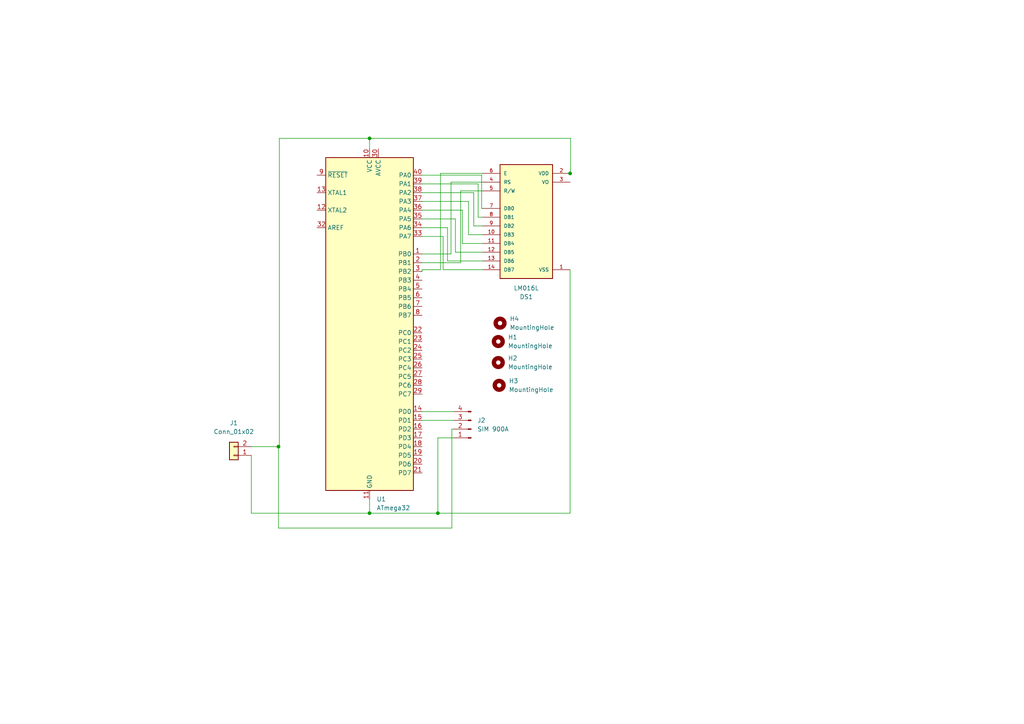
<source format=kicad_sch>
(kicad_sch (version 20211123) (generator eeschema)
  (paper "A4")
  (lib_symbols
    (symbol "Connector:Conn_01x04_Male" (pin_names (offset 1.016) hide)
      (property "Reference" "J" (at 0 5.08 0))
      (property "Value" "Conn_01x04_Male" (at 0 -7.62 0))
      (symbol "Conn_01x04_Male_1_1"
        (polyline (pts (xy 1.27 -5.08) (xy 0.8636 -5.08)) (stroke (width 0.1524)))
        (polyline (pts (xy 1.27 -2.54) (xy 0.8636 -2.54)) (stroke (width 0.1524)))
        (polyline (pts (xy 1.27 0) (xy 0.8636 0)) (stroke (width 0.1524)))
        (polyline (pts (xy 1.27 2.54) (xy 0.8636 2.54)) (stroke (width 0.1524)))
        (rectangle (start 0.8636 -4.953) (end 0 -5.207) (stroke (width 0.1524)) (fill (type outline)))
        (rectangle (start 0.8636 -2.413) (end 0 -2.667) (stroke (width 0.1524)) (fill (type outline)))
        (rectangle (start 0.8636 0.127) (end 0 -0.127) (stroke (width 0.1524)) (fill (type outline)))
        (rectangle (start 0.8636 2.667) (end 0 2.413) (stroke (width 0.1524)) (fill (type outline)))
        (pin passive line (at 5.08 2.54 180) (length 3.81) (name "Pin_1") (number "1"))
        (pin passive line (at 5.08 0 180) (length 3.81) (name "Pin_2") (number "2"))
        (pin passive line (at 5.08 -2.54 180) (length 3.81) (name "Pin_3") (number "3"))
        (pin passive line (at 5.08 -5.08 180) (length 3.81) (name "Pin_4") (number "4"))
      )
    )
    (symbol "Connector_Generic:Conn_01x02" (pin_names (offset 1.016) hide)
      (property "Reference" "J" (at 0 2.54 0))
      (property "Value" "Conn_01x02" (at 0 -5.08 0))
      (symbol "Conn_01x02_1_1"
        (rectangle (start -1.27 -2.413) (end 0 -2.667) (stroke (width 0.1524)))
        (rectangle (start -1.27 0.127) (end 0 -0.127) (stroke (width 0.1524)))
        (rectangle (start -1.27 1.27) (end 1.27 -3.81) (stroke (width 0.254)) (fill (type background)))
        (pin passive line (at -5.08 0 0) (length 3.81) (name "Pin_1") (number "1"))
        (pin passive line (at -5.08 -2.54 0) (length 3.81) (name "Pin_2") (number "2"))
      )
    )
    (symbol "ICT Project 2:LM016L" (pin_names (offset 1.016))
      (property "Reference" "DS" (at -9.9314 15.7734 0))
      (property "Value" "LM016L" (at -9.906 -19.8374 0))
      (symbol "LM016L_0_0"
        (rectangle (start -10.16 -17.78) (end 5.08 15.24) (stroke (width 0.254)) (fill (type background)))
        (pin power_in line (at 10.16 -15.24 180) (length 5.08) (name "VSS") (number "1"))
        (pin bidirectional line (at -15.24 -5.08 0) (length 5.08) (name "DB3") (number "10"))
        (pin bidirectional line (at -15.24 -7.62 0) (length 5.08) (name "DB4") (number "11"))
        (pin bidirectional line (at -15.24 -10.16 0) (length 5.08) (name "DB5") (number "12"))
        (pin bidirectional line (at -15.24 -12.7 0) (length 5.08) (name "DB6") (number "13"))
        (pin bidirectional line (at -15.24 -15.24 0) (length 5.08) (name "DB7") (number "14"))
        (pin power_in line (at 10.16 12.7 180) (length 5.08) (name "VDD") (number "2"))
        (pin power_in line (at 10.16 10.16 180) (length 5.08) (name "VO") (number "3"))
        (pin input line (at -15.24 10.16 0) (length 5.08) (name "RS") (number "4"))
        (pin input line (at -15.24 7.62 0) (length 5.08) (name "R/W") (number "5"))
        (pin input line (at -15.24 12.7 0) (length 5.08) (name "E") (number "6"))
        (pin bidirectional line (at -15.24 2.54 0) (length 5.08) (name "DB0") (number "7"))
        (pin bidirectional line (at -15.24 0 0) (length 5.08) (name "DB1") (number "8"))
        (pin bidirectional line (at -15.24 -2.54 0) (length 5.08) (name "DB2") (number "9"))
      )
    )
    (symbol "MCU_Microchip_ATmega:ATmega32A-P"
      (property "Reference" "U" (at -12.7 49.53 0))
      (property "Value" "ATmega32A-P" (at 2.54 -49.53 0))
      (symbol "ATmega32A-P_0_1"
        (rectangle (start -12.7 -48.26) (end 12.7 48.26) (stroke (width 0.254)) (fill (type background)))
      )
      (symbol "ATmega32A-P_1_1"
        (pin bidirectional line (at 15.24 20.32 180) (length 2.54) (name "PB0") (number "1"))
        (pin power_in line (at 0 50.8 270) (length 2.54) (name "VCC") (number "10"))
        (pin power_in line (at 0 -50.8 90) (length 2.54) (name "GND") (number "11"))
        (pin output line (at -15.24 33.02 0) (length 2.54) (name "XTAL2") (number "12"))
        (pin input line (at -15.24 38.1 0) (length 2.54) (name "XTAL1") (number "13"))
        (pin bidirectional line (at 15.24 -25.4 180) (length 2.54) (name "PD0") (number "14"))
        (pin bidirectional line (at 15.24 -27.94 180) (length 2.54) (name "PD1") (number "15"))
        (pin bidirectional line (at 15.24 -30.48 180) (length 2.54) (name "PD2") (number "16"))
        (pin bidirectional line (at 15.24 -33.02 180) (length 2.54) (name "PD3") (number "17"))
        (pin bidirectional line (at 15.24 -35.56 180) (length 2.54) (name "PD4") (number "18"))
        (pin bidirectional line (at 15.24 -38.1 180) (length 2.54) (name "PD5") (number "19"))
        (pin bidirectional line (at 15.24 17.78 180) (length 2.54) (name "PB1") (number "2"))
        (pin bidirectional line (at 15.24 -40.64 180) (length 2.54) (name "PD6") (number "20"))
        (pin bidirectional line (at 15.24 -43.18 180) (length 2.54) (name "PD7") (number "21"))
        (pin bidirectional line (at 15.24 -2.54 180) (length 2.54) (name "PC0") (number "22"))
        (pin bidirectional line (at 15.24 -5.08 180) (length 2.54) (name "PC1") (number "23"))
        (pin bidirectional line (at 15.24 -7.62 180) (length 2.54) (name "PC2") (number "24"))
        (pin bidirectional line (at 15.24 -10.16 180) (length 2.54) (name "PC3") (number "25"))
        (pin bidirectional line (at 15.24 -12.7 180) (length 2.54) (name "PC4") (number "26"))
        (pin bidirectional line (at 15.24 -15.24 180) (length 2.54) (name "PC5") (number "27"))
        (pin bidirectional line (at 15.24 -17.78 180) (length 2.54) (name "PC6") (number "28"))
        (pin bidirectional line (at 15.24 -20.32 180) (length 2.54) (name "PC7") (number "29"))
        (pin bidirectional line (at 15.24 15.24 180) (length 2.54) (name "PB2") (number "3"))
        (pin power_in line (at 2.54 50.8 270) (length 2.54) (name "AVCC") (number "30"))
        (pin passive line (at 0 -50.8 90) (length 2.54) hide (name "GND") (number "31"))
        (pin passive line (at -15.24 27.94 0) (length 2.54) (name "AREF") (number "32"))
        (pin bidirectional line (at 15.24 25.4 180) (length 2.54) (name "PA7") (number "33"))
        (pin bidirectional line (at 15.24 27.94 180) (length 2.54) (name "PA6") (number "34"))
        (pin bidirectional line (at 15.24 30.48 180) (length 2.54) (name "PA5") (number "35"))
        (pin bidirectional line (at 15.24 33.02 180) (length 2.54) (name "PA4") (number "36"))
        (pin bidirectional line (at 15.24 35.56 180) (length 2.54) (name "PA3") (number "37"))
        (pin bidirectional line (at 15.24 38.1 180) (length 2.54) (name "PA2") (number "38"))
        (pin bidirectional line (at 15.24 40.64 180) (length 2.54) (name "PA1") (number "39"))
        (pin bidirectional line (at 15.24 12.7 180) (length 2.54) (name "PB3") (number "4"))
        (pin bidirectional line (at 15.24 43.18 180) (length 2.54) (name "PA0") (number "40"))
        (pin bidirectional line (at 15.24 10.16 180) (length 2.54) (name "PB4") (number "5"))
        (pin bidirectional line (at 15.24 7.62 180) (length 2.54) (name "PB5") (number "6"))
        (pin bidirectional line (at 15.24 5.08 180) (length 2.54) (name "PB6") (number "7"))
        (pin bidirectional line (at 15.24 2.54 180) (length 2.54) (name "PB7") (number "8"))
        (pin input line (at -15.24 43.18 0) (length 2.54) (name "~{RESET}") (number "9"))
      )
    )
    (symbol "Mechanical:MountingHole" (pin_names (offset 1.016))
      (property "Reference" "H" (at 0 5.08 0))
      (property "Value" "MountingHole" (at 0 3.175 0))
      (symbol "MountingHole_0_1"
        (circle (center 0 0) (radius 1.27) (stroke (width 1.27)))
      )
    )
  )
  (junction (at 80.772 129.54))
  (junction (at 107.188 148.844))
  (junction (at 107.188 40.132))
  (junction (at 165.354 50.292))
  (junction (at 127 148.844))
  (wire (pts (xy 122.428 73.66) (xy 130.81 73.66)))
  (wire (pts (xy 127 148.844) (xy 165.354 148.844)))
  (wire (pts (xy 139.954 75.692) (xy 129.794 75.692)))
  (wire (pts (xy 133.604 76.2) (xy 133.604 55.372)))
  (wire (pts (xy 138.684 53.34) (xy 122.428 53.34)))
  (wire (pts (xy 107.188 40.132) (xy 81.026 40.132)))
  (wire (pts (xy 133.604 55.372) (xy 139.954 55.372)))
  (wire (pts (xy 122.428 76.2) (xy 133.604 76.2)))
  (wire (pts (xy 127.762 50.292) (xy 139.954 50.292)))
  (wire (pts (xy 127.762 78.232) (xy 127.762 50.292)))
  (wire (pts (xy 130.81 52.832) (xy 139.954 52.832)))
  (wire (pts (xy 129.794 75.692) (xy 129.794 66.04)))
  (wire (pts (xy 122.428 68.58) (xy 128.524 68.58)))
  (wire (pts (xy 129.794 66.04) (xy 122.428 66.04)))
  (wire (pts (xy 132.08 73.152) (xy 139.954 73.152)))
  (wire (pts (xy 107.188 148.844) (xy 72.898 148.844)))
  (wire (pts (xy 134.112 70.612) (xy 134.112 60.96)))
  (wire (pts (xy 122.428 121.92) (xy 131.572 121.92)))
  (wire (pts (xy 72.898 148.844) (xy 72.898 132.08)))
  (wire (pts (xy 135.89 68.072) (xy 139.954 68.072)))
  (wire (pts (xy 139.954 62.992) (xy 138.684 62.992)))
  (wire (pts (xy 122.428 78.232) (xy 127.762 78.232)))
  (wire (pts (xy 107.188 144.78) (xy 107.188 148.844)))
  (wire (pts (xy 122.428 58.42) (xy 135.89 58.42)))
  (wire (pts (xy 165.481 50.292) (xy 165.481 40.132)))
  (wire (pts (xy 137.414 65.532) (xy 137.414 55.88)))
  (wire (pts (xy 131.064 124.46) (xy 131.064 153.162)))
  (wire (pts (xy 132.08 63.5) (xy 132.08 73.152)))
  (wire (pts (xy 137.414 55.88) (xy 122.428 55.88)))
  (wire (pts (xy 81.026 40.132) (xy 81.026 129.54)))
  (wire (pts (xy 165.354 50.292) (xy 165.481 50.292)))
  (wire (pts (xy 139.954 70.612) (xy 134.112 70.612)))
  (wire (pts (xy 165.481 40.132) (xy 107.188 40.132)))
  (wire (pts (xy 139.7 50.8) (xy 139.7 60.452)))
  (wire (pts (xy 134.112 60.96) (xy 122.428 60.96)))
  (wire (pts (xy 127 127) (xy 131.572 127)))
  (wire (pts (xy 131.064 153.162) (xy 80.772 153.162)))
  (wire (pts (xy 128.524 68.58) (xy 128.524 78.232)))
  (wire (pts (xy 122.428 50.8) (xy 139.7 50.8)))
  (wire (pts (xy 122.428 119.38) (xy 131.572 119.38)))
  (wire (pts (xy 127 148.844) (xy 127 127)))
  (wire (pts (xy 107.188 43.18) (xy 107.188 40.132)))
  (wire (pts (xy 72.898 129.54) (xy 80.772 129.54)))
  (wire (pts (xy 128.524 78.232) (xy 139.954 78.232)))
  (wire (pts (xy 122.428 78.74) (xy 122.428 78.232)))
  (wire (pts (xy 130.81 73.66) (xy 130.81 52.832)))
  (wire (pts (xy 122.428 63.5) (xy 132.08 63.5)))
  (wire (pts (xy 165.354 148.844) (xy 165.354 78.232)))
  (wire (pts (xy 80.772 153.162) (xy 80.772 129.54)))
  (wire (pts (xy 131.064 124.46) (xy 131.572 124.46)))
  (wire (pts (xy 80.772 129.54) (xy 81.026 129.54)))
  (wire (pts (xy 139.7 60.452) (xy 139.954 60.452)))
  (wire (pts (xy 107.188 148.844) (xy 127 148.844)))
  (wire (pts (xy 138.684 62.992) (xy 138.684 53.34)))
  (wire (pts (xy 139.954 65.532) (xy 137.414 65.532)))
  (wire (pts (xy 135.89 58.42) (xy 135.89 68.072)))
  (symbol (lib_id "MCU_Microchip_ATmega:ATmega32A-P") (at 107.188 93.98 0) (unit 1)
    (property "Reference" "U1" (at 109.2074 144.78 0) (effects (justify left)))
    (property "Value" "ATmega32" (at 109.2074 147.32 0) (effects (justify left)))
    (property "Footprint" "Package_DIP:DIP-40_W15.24mm" (effects hide))
    (property "Datasheet" "http://ww1.microchip.com/downloads/en/DeviceDoc/atmel-8155-8-bit-microcontroller-avr-atmega32a_datasheet.pdf" (effects hide))
  )
  (symbol (lib_id "Connector_Generic:Conn_01x02") (at 67.818 132.08 180) (unit 1)
    (property "Reference" "J1" (at 67.818 122.682 0))
    (property "Value" "Conn_01x02" (at 67.818 125.222 0))
    (property "Footprint" "Connector_PinHeader_2.54mm:PinHeader_1x02_P2.54mm_Horizontal" (effects hide))
  )
  (symbol (lib_id "Mechanical:MountingHole") (at 144.526 99.06 0) (unit 1)
    (property "Reference" "H1" (at 147.32 97.7899 0) (effects (justify left)))
    (property "Value" "MountingHole" (at 147.32 100.3299 0) (effects (justify left)))
    (property "Footprint" "MountingHole:MountingHole_3.5mm_Pad" (effects hide))
  )
  (symbol (lib_id "Mechanical:MountingHole") (at 144.526 105.156 0) (unit 1)
    (property "Reference" "H2" (at 147.32 103.8859 0) (effects (justify left)))
    (property "Value" "MountingHole" (at 147.32 106.4259 0) (effects (justify left)))
    (property "Footprint" "MountingHole:MountingHole_3.5mm_Pad" (effects hide))
  )
  (symbol (lib_id "ICT Project 2:LM016L") (at 155.194 62.992 0) (unit 1)
    (property "Reference" "DS1" (at 152.654 86.106 0))
    (property "Value" "LM016L" (at 152.654 83.566 0))
    (property "Footprint" "ICT Project 2:LCD_LM016L" (effects hide))
    (property "MANUFACTURER" "Hitachi" (effects hide))
  )
  (symbol (lib_id "Mechanical:MountingHole") (at 145.034 93.726 0) (unit 1)
    (property "Reference" "H4" (at 147.828 92.4559 0) (effects (justify left)))
    (property "Value" "MountingHole" (at 147.828 94.9959 0) (effects (justify left)))
    (property "Footprint" "MountingHole:MountingHole_3.5mm_Pad" (effects hide))
  )
  (symbol (lib_id "Mechanical:MountingHole") (at 144.78 111.76 0) (unit 1)
    (property "Reference" "H3" (at 147.574 110.4899 0) (effects (justify left)))
    (property "Value" "MountingHole" (at 147.574 113.0299 0) (effects (justify left)))
    (property "Footprint" "MountingHole:MountingHole_3.5mm_Pad" (effects hide))
  )
  (symbol (lib_id "Connector:Conn_01x04_Male") (at 136.652 124.46 180) (unit 1)
    (property "Reference" "J2" (at 138.43 121.9199 0) (effects (justify right)))
    (property "Value" "SIM 900A" (at 138.43 124.4599 0) (effects (justify right)))
    (property "Footprint" "Connector_PinSocket_1.27mm:PinSocket_1x04_P1.27mm_Vertical" (effects hide))
  )
)
</source>
